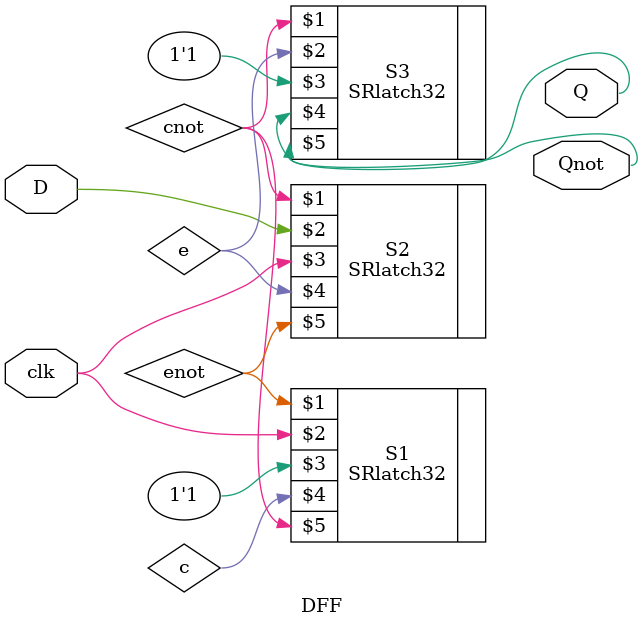
<source format=v>
 `timescale 1ns/1ns
module DFF(input D, clk, output Q, Qnot);
	wire c, cnot, e, enot;
	SRlatch32 S1(enot, clk, 1'b1, c, cnot);
	SRlatch32 S2(cnot, D, clk, e, enot);
	SRlatch32 S3(cnot, e, 1'b1, Q, Qnot);
endmodule
</source>
